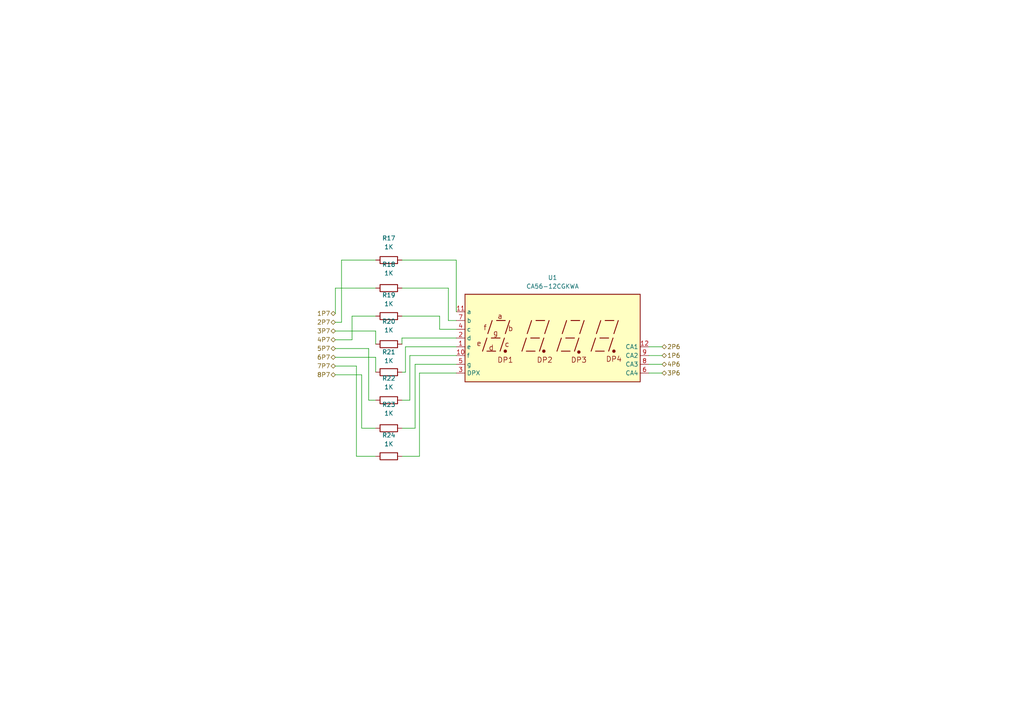
<source format=kicad_sch>
(kicad_sch (version 20230121) (generator eeschema)
  (paper "A4")
  (lib_symbols
    (symbol "Device:R" (pin_numbers hide) (pin_names (offset 0))
      (property "Reference" "R" (at 2.032 0 90))
      (property "Value" "R" (at 0 0 90))
      (symbol "R_0_1"
        (rectangle (start -1.016 -2.54) (end 1.016 2.54) (stroke (width 0.254)))
      )
      (symbol "R_1_1"
        (pin passive line (at 0 3.81 270) (length 1.27) (name "~") (number "1"))
        (pin passive line (at 0 -3.81 90) (length 1.27) (name "~") (number "2"))
      )
    )
    (symbol "Display_Character:CA56-12CGKWA"
      (property "Reference" "U" (at -24.13 13.97 0))
      (property "Value" "CA56-12CGKWA" (at 17.78 13.97 0))
      (symbol "CA56-12CGKWA_0_0"
        (rectangle (start -25.4 12.7) (end 25.4 -12.7) (stroke (width 0.254)) (fill (type background)))
        (polyline (pts (xy -20.32 -3.81) (xy -19.05 0)) (stroke (width 0.254)))
        (polyline (pts (xy -19.05 -3.81) (xy -16.51 -3.81)) (stroke (width 0.254)))
        (polyline (pts (xy -18.796 1.27) (xy -17.526 5.08)) (stroke (width 0.254)))
        (polyline (pts (xy -17.78 0) (xy -15.24 0)) (stroke (width 0.254)))
        (polyline (pts (xy -16.256 5.08) (xy -13.716 5.08)) (stroke (width 0.254)))
        (polyline (pts (xy -15.24 -3.81) (xy -13.97 0)) (stroke (width 0.254)))
        (polyline (pts (xy -13.716 1.27) (xy -12.446 5.08)) (stroke (width 0.254)))
        (polyline (pts (xy -8.89 -3.81) (xy -7.62 0)) (stroke (width 0.254)))
        (polyline (pts (xy -7.62 -3.81) (xy -5.08 -3.81)) (stroke (width 0.254)))
        (polyline (pts (xy -7.366 1.27) (xy -6.096 5.08)) (stroke (width 0.254)))
        (polyline (pts (xy -6.35 0) (xy -3.81 0)) (stroke (width 0.254)))
        (polyline (pts (xy -4.826 5.08) (xy -2.286 5.08)) (stroke (width 0.254)))
        (polyline (pts (xy -3.81 -3.81) (xy -2.54 0)) (stroke (width 0.254)))
        (polyline (pts (xy -2.286 1.27) (xy -1.016 5.08)) (stroke (width 0.254)))
        (polyline (pts (xy 1.27 -3.81) (xy 2.54 0)) (stroke (width 0.254)))
        (polyline (pts (xy 2.54 -3.81) (xy 5.08 -3.81)) (stroke (width 0.254)))
        (polyline (pts (xy 2.794 1.27) (xy 4.064 5.08)) (stroke (width 0.254)))
        (polyline (pts (xy 3.81 0) (xy 6.35 0)) (stroke (width 0.254)))
        (polyline (pts (xy 5.334 5.08) (xy 7.874 5.08)) (stroke (width 0.254)))
        (polyline (pts (xy 6.35 -3.81) (xy 7.62 0)) (stroke (width 0.254)))
        (polyline (pts (xy 7.874 1.27) (xy 9.144 5.08)) (stroke (width 0.254)))
        (polyline (pts (xy 11.176 -3.81) (xy 12.446 0)) (stroke (width 0.254)))
        (polyline (pts (xy 12.446 -3.81) (xy 14.986 -3.81)) (stroke (width 0.254)))
        (polyline (pts (xy 12.7 1.27) (xy 13.97 5.08)) (stroke (width 0.254)))
        (polyline (pts (xy 13.716 0) (xy 16.256 0)) (stroke (width 0.254)))
        (polyline (pts (xy 15.24 5.08) (xy 17.78 5.08)) (stroke (width 0.254)))
        (polyline (pts (xy 16.256 -3.81) (xy 17.526 0)) (stroke (width 0.254)))
        (polyline (pts (xy 17.78 1.27) (xy 19.05 5.08)) (stroke (width 0.254)))
        (text "a" (at -15.24 6.35 0) (effects (font (size 1.524 1.524))))
        (text "b" (at -12.192 2.794 0) (effects (font (size 1.524 1.524))))
        (text "c" (at -13.208 -1.778 0) (effects (font (size 1.524 1.524))))
        (text "d" (at -17.78 -2.794 0) (effects (font (size 1.524 1.524))))
        (text "DP1" (at -13.716 -6.35 0) (effects (font (size 1.524 1.524))))
        (text "DP2" (at -2.286 -6.35 0) (effects (font (size 1.524 1.524))))
        (text "DP3" (at 7.62 -6.35 0) (effects (font (size 1.524 1.524))))
        (text "DP4" (at 17.78 -6.096 0) (effects (font (size 1.524 1.524))))
        (text "e" (at -21.336 -1.524 0) (effects (font (size 1.524 1.524))))
        (text "f" (at -19.558 3.048 0) (effects (font (size 1.524 1.524))))
        (text "g" (at -16.51 1.524 0) (effects (font (size 1.524 1.524))))
      )
      (symbol "CA56-12CGKWA_0_1"
        (circle (center -13.716 -3.81) (radius 0.3556) (stroke (width 0.254)) (fill (type outline)))
        (circle (center -2.54 -3.81) (radius 0.3556) (stroke (width 0.254)) (fill (type outline)))
      )
      (symbol "CA56-12CGKWA_1_0"
        (circle (center 7.62 -4.064) (radius 0.3556) (stroke (width 0.254)) (fill (type outline)))
        (circle (center 17.78 -3.81) (radius 0.3556) (stroke (width 0.254)) (fill (type outline)))
      )
      (symbol "CA56-12CGKWA_1_1"
        (pin input line (at -27.94 -2.54 0) (length 2.54) (name "e") (number "1"))
        (pin input line (at -27.94 -5.08 0) (length 2.54) (name "f") (number "10"))
        (pin input line (at -27.94 7.62 0) (length 2.54) (name "a") (number "11"))
        (pin input line (at 27.94 -2.54 180) (length 2.54) (name "CA1") (number "12"))
        (pin input line (at -27.94 0 0) (length 2.54) (name "d") (number "2"))
        (pin input line (at -27.94 -10.16 0) (length 2.54) (name "DPX") (number "3"))
        (pin input line (at -27.94 2.54 0) (length 2.54) (name "c") (number "4"))
        (pin input line (at -27.94 -7.62 0) (length 2.54) (name "g") (number "5"))
        (pin input line (at 27.94 -10.16 180) (length 2.54) (name "CA4") (number "6"))
        (pin input line (at -27.94 5.08 0) (length 2.54) (name "b") (number "7"))
        (pin input line (at 27.94 -7.62 180) (length 2.54) (name "CA3") (number "8"))
        (pin input line (at 27.94 -5.08 180) (length 2.54) (name "CA2") (number "9"))
      )
    )
  )
  (wire (pts (xy 120.396 124.206) (xy 116.586 124.206)))
  (wire (pts (xy 116.586 75.438) (xy 132.334 75.438)))
  (wire (pts (xy 121.666 108.204) (xy 121.666 132.334)))
  (wire (pts (xy 118.872 116.078) (xy 116.586 116.078)))
  (wire (pts (xy 108.966 103.632) (xy 108.966 107.95)))
  (wire (pts (xy 108.966 75.438) (xy 99.06 75.438)))
  (wire (pts (xy 132.334 75.438) (xy 132.334 90.424)))
  (wire (pts (xy 188.214 108.204) (xy 192.024 108.204)))
  (wire (pts (xy 120.396 105.664) (xy 120.396 124.206)))
  (wire (pts (xy 99.06 93.472) (xy 97.282 93.472)))
  (wire (pts (xy 130.048 83.566) (xy 130.048 92.964)))
  (wire (pts (xy 97.282 103.632) (xy 108.966 103.632)))
  (wire (pts (xy 97.282 108.712) (xy 104.902 108.712)))
  (wire (pts (xy 130.048 92.964) (xy 132.334 92.964)))
  (wire (pts (xy 132.334 100.584) (xy 117.602 100.584)))
  (wire (pts (xy 188.214 100.584) (xy 192.024 100.584)))
  (wire (pts (xy 132.334 108.204) (xy 121.666 108.204)))
  (wire (pts (xy 104.902 124.206) (xy 108.966 124.206)))
  (wire (pts (xy 108.966 91.694) (xy 102.108 91.694)))
  (wire (pts (xy 117.602 107.95) (xy 116.586 107.95)))
  (wire (pts (xy 97.282 83.566) (xy 97.282 90.932)))
  (wire (pts (xy 188.214 105.664) (xy 192.024 105.664)))
  (wire (pts (xy 127.508 95.504) (xy 132.334 95.504)))
  (wire (pts (xy 102.108 98.552) (xy 97.282 98.552)))
  (wire (pts (xy 116.586 98.044) (xy 116.586 99.822)))
  (wire (pts (xy 116.586 91.694) (xy 127.508 91.694)))
  (wire (pts (xy 103.378 106.172) (xy 103.378 132.334)))
  (wire (pts (xy 97.282 101.092) (xy 106.934 101.092)))
  (wire (pts (xy 102.108 91.694) (xy 102.108 98.552)))
  (wire (pts (xy 132.334 98.044) (xy 116.586 98.044)))
  (wire (pts (xy 108.966 96.012) (xy 108.966 99.822)))
  (wire (pts (xy 127.508 91.694) (xy 127.508 95.504)))
  (wire (pts (xy 188.214 103.124) (xy 192.024 103.124)))
  (wire (pts (xy 118.872 103.124) (xy 118.872 116.078)))
  (wire (pts (xy 97.282 106.172) (xy 103.378 106.172)))
  (wire (pts (xy 116.586 83.566) (xy 130.048 83.566)))
  (wire (pts (xy 108.966 83.566) (xy 97.282 83.566)))
  (wire (pts (xy 121.666 132.334) (xy 116.586 132.334)))
  (wire (pts (xy 104.902 108.712) (xy 104.902 124.206)))
  (wire (pts (xy 106.934 101.092) (xy 106.934 116.078)))
  (wire (pts (xy 106.934 116.078) (xy 108.966 116.078)))
  (wire (pts (xy 99.06 75.438) (xy 99.06 93.472)))
  (wire (pts (xy 132.334 105.664) (xy 120.396 105.664)))
  (wire (pts (xy 117.602 100.584) (xy 117.602 107.95)))
  (wire (pts (xy 97.282 96.012) (xy 108.966 96.012)))
  (wire (pts (xy 132.334 103.124) (xy 118.872 103.124)))
  (wire (pts (xy 103.378 132.334) (xy 108.966 132.334)))
  (hierarchical_label "4P7" (shape bidirectional) (at 97.282 98.552 180))
  (hierarchical_label "3P7" (shape bidirectional) (at 97.282 96.012 180))
  (hierarchical_label "6P7" (shape bidirectional) (at 97.282 103.632 180))
  (hierarchical_label "1P7" (shape bidirectional) (at 97.282 90.932 180))
  (hierarchical_label "3P6" (shape bidirectional) (at 192.024 108.204 0))
  (hierarchical_label "1P6" (shape bidirectional) (at 192.024 103.124 0))
  (hierarchical_label "2P6" (shape bidirectional) (at 192.024 100.584 0))
  (hierarchical_label "4P6" (shape bidirectional) (at 192.024 105.664 0))
  (hierarchical_label "2P7" (shape bidirectional) (at 97.282 93.472 180))
  (hierarchical_label "5P7" (shape bidirectional) (at 97.282 101.092 180))
  (hierarchical_label "7P7" (shape bidirectional) (at 97.282 106.172 180))
  (hierarchical_label "8P7" (shape bidirectional) (at 97.282 108.712 180))
  (symbol (lib_id "Device:R") (at 112.776 75.438 90) (unit 1)
    (property "Reference" "R17" (at 112.776 69.088 90))
    (property "Value" "1K" (at 112.776 71.628 90))
    (property "Footprint" "Resistor_SMD:R_0805_2012Metric" (effects hide))
  )
  (symbol (lib_id "Device:R") (at 112.776 91.694 90) (unit 1)
    (property "Reference" "R19" (at 112.776 85.598 90))
    (property "Value" "1K" (at 112.776 88.138 90))
    (property "Footprint" "Resistor_SMD:R_0805_2012Metric" (effects hide))
  )
  (symbol (lib_id "Device:R") (at 112.776 124.206 90) (unit 1)
    (property "Reference" "R23" (at 112.776 117.348 90))
    (property "Value" "1K" (at 112.776 119.888 90))
    (property "Footprint" "Resistor_SMD:R_0805_2012Metric" (effects hide))
  )
  (symbol (lib_id "Device:R") (at 112.776 132.334 90) (unit 1)
    (property "Reference" "R24" (at 112.776 126.238 90))
    (property "Value" "1K" (at 112.776 128.778 90))
    (property "Footprint" "Resistor_SMD:R_0805_2012Metric" (effects hide))
  )
  (symbol (lib_id "Device:R") (at 112.776 107.95 90) (unit 1)
    (property "Reference" "R21" (at 112.776 102.108 90))
    (property "Value" "1K" (at 112.776 104.648 90))
    (property "Footprint" "Resistor_SMD:R_0805_2012Metric" (effects hide))
  )
  (symbol (lib_id "Device:R") (at 112.776 99.822 90) (unit 1)
    (property "Reference" "R20" (at 112.776 93.218 90))
    (property "Value" "1K" (at 112.776 95.758 90))
    (property "Footprint" "Resistor_SMD:R_0805_2012Metric" (effects hide))
  )
  (symbol (lib_id "Device:R") (at 112.776 116.078 90) (unit 1)
    (property "Reference" "R22" (at 112.776 109.728 90))
    (property "Value" "1K" (at 112.776 112.268 90))
    (property "Footprint" "Resistor_SMD:R_0805_2012Metric" (effects hide))
  )
  (symbol (lib_id "Display_Character:CA56-12CGKWA") (at 160.274 98.044 0) (unit 1)
    (property "Reference" "U1" (at 160.274 80.518 0))
    (property "Value" "CA56-12CGKWA" (at 160.274 83.058 0))
    (property "Footprint" "Display_7Segment:CA56-12CGKWA" (effects hide))
    (property "Datasheet" "http://www.kingbright.com/attachments/file/psearch/000/00/00/CA56-12CGKWA(Ver.9A).pdf" (effects hide))
  )
  (symbol (lib_id "Device:R") (at 112.776 83.566 90) (unit 1)
    (property "Reference" "R18" (at 112.776 76.708 90))
    (property "Value" "1K" (at 112.776 79.248 90))
    (property "Footprint" "Resistor_SMD:R_0805_2012Metric" (effects hide))
  )
)
</source>
